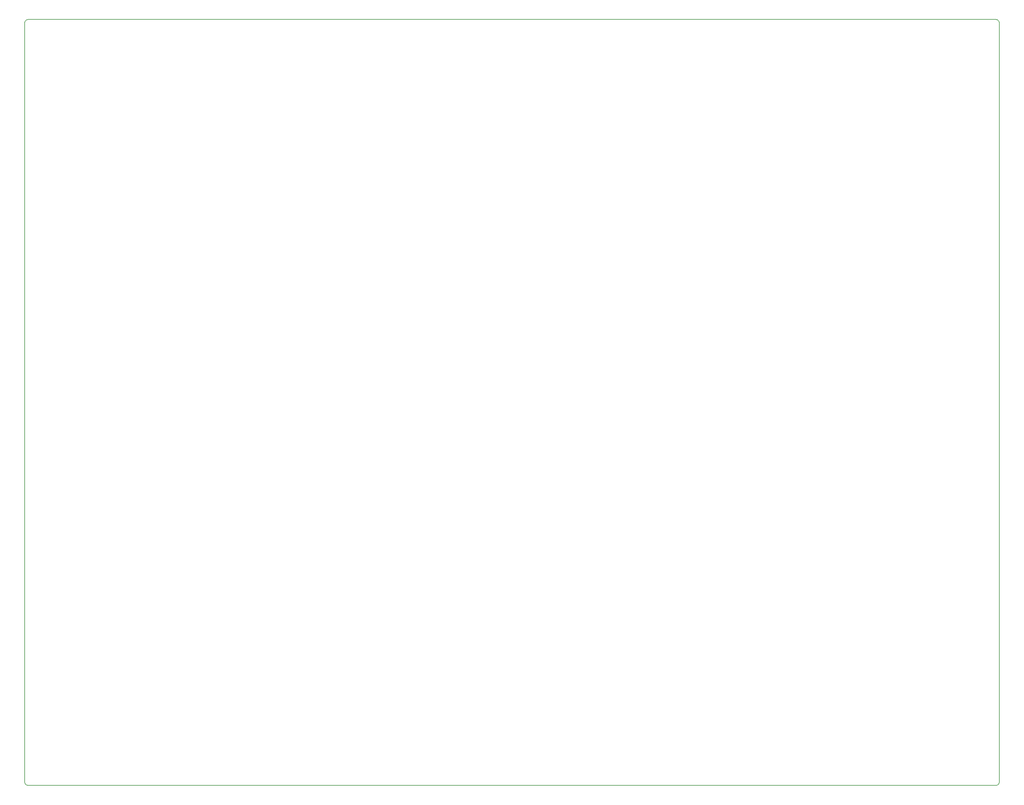
<source format=gbr>
G04 #@! TF.GenerationSoftware,KiCad,Pcbnew,(5.1.8)-1*
G04 #@! TF.CreationDate,2021-03-05T20:40:41-08:00*
G04 #@! TF.ProjectId,anglerfish,616e676c-6572-4666-9973-682e6b696361,rev?*
G04 #@! TF.SameCoordinates,Original*
G04 #@! TF.FileFunction,Profile,NP*
%FSLAX46Y46*%
G04 Gerber Fmt 4.6, Leading zero omitted, Abs format (unit mm)*
G04 Created by KiCad (PCBNEW (5.1.8)-1) date 2021-03-05 20:40:41*
%MOMM*%
%LPD*%
G01*
G04 APERTURE LIST*
G04 #@! TA.AperFunction,Profile*
%ADD10C,0.200000*%
G04 #@! TD*
G04 APERTURE END LIST*
D10*
X13081000Y10623000D02*
X12900000Y10518000D01*
X292895000Y10623000D02*
X292696000Y10687000D01*
X293076000Y10518000D02*
X292895000Y10623000D01*
X293483000Y-209396000D02*
X293483000Y9814000D01*
X293231000Y10378000D02*
X293076000Y10518000D01*
X293439000Y10018000D02*
X293354000Y10209000D01*
X292696000Y10687000D02*
X292488000Y10709000D01*
X293354000Y10209000D02*
X293231000Y10378000D01*
X292488000Y10709000D02*
X13488000Y10709000D01*
X293483000Y9814000D02*
X293439000Y10018000D01*
X13280000Y10687000D02*
X13081000Y10623000D01*
X293439000Y-209600000D02*
X293483000Y-209396000D01*
X13488000Y10709000D02*
X13280000Y10687000D01*
X12745000Y-209960000D02*
X12900000Y-210100000D01*
X12493000Y9814000D02*
X12493000Y-209396000D01*
X293076000Y-210100000D02*
X293231000Y-209960000D01*
X12622000Y-209791000D02*
X12745000Y-209960000D01*
X293231000Y-209960000D02*
X293354000Y-209791000D01*
X12900000Y10518000D02*
X12745000Y10378000D01*
X12537000Y10018000D02*
X12493000Y9814000D01*
X292696000Y-210269000D02*
X292895000Y-210205000D01*
X13488000Y-210291000D02*
X292488000Y-210291000D01*
X12537000Y-209600000D02*
X12622000Y-209791000D01*
X13081000Y-210205000D02*
X13280000Y-210269000D01*
X12745000Y10378000D02*
X12622000Y10209000D01*
X12622000Y10209000D02*
X12537000Y10018000D01*
X293354000Y-209791000D02*
X293439000Y-209600000D01*
X292895000Y-210205000D02*
X293076000Y-210100000D01*
X292488000Y-210291000D02*
X292696000Y-210269000D01*
X13280000Y-210269000D02*
X13488000Y-210291000D01*
X12493000Y-209396000D02*
X12537000Y-209600000D01*
X12900000Y-210100000D02*
X13081000Y-210205000D01*
M02*

</source>
